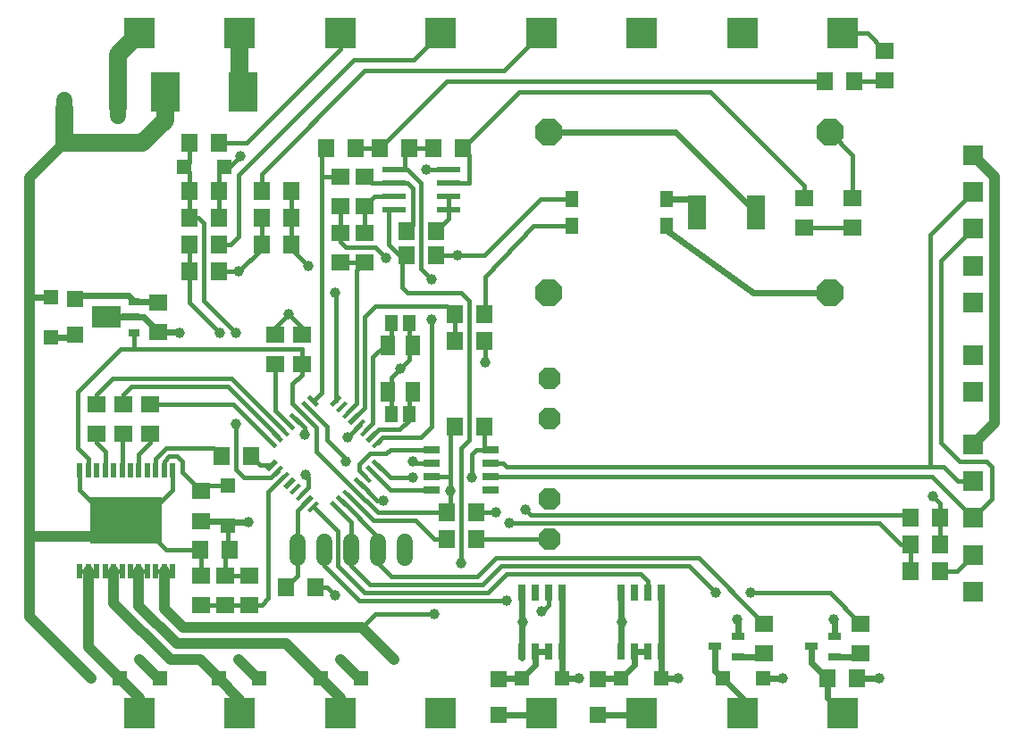
<source format=gbr>
G04 EAGLE Gerber RS-274X export*
G75*
%MOMM*%
%FSLAX34Y34*%
%LPD*%
%INTop Copper*%
%IPPOS*%
%AMOC8*
5,1,8,0,0,1.08239X$1,22.5*%
G01*
%ADD10R,1.800000X3.200000*%
%ADD11R,1.600000X1.803000*%
%ADD12R,1.600000X1.800000*%
%ADD13P,2.273019X8X22.500000*%
%ADD14R,2.200000X0.600000*%
%ADD15R,1.803000X1.600000*%
%ADD16R,1.800000X1.600000*%
%ADD17R,1.270000X0.635000*%
%ADD18P,2.749271X8X22.500000*%
%ADD19C,1.524000*%
%ADD20R,1.400000X1.400000*%
%ADD21R,1.300000X1.500000*%
%ADD22R,1.100000X0.700000*%
%ADD23R,1.800000X0.700000*%
%ADD24R,2.800000X2.000000*%
%ADD25R,1.200000X0.400000*%
%ADD26R,1.524000X0.711200*%
%ADD27R,1.400000X1.900000*%
%ADD28R,0.500000X1.400000*%
%ADD29R,6.800000X4.400000*%
%ADD30R,1.600000X1.600000*%
%ADD31R,3.000000X3.000000*%
%ADD32R,2.800000X3.800000*%
%ADD33R,0.711200X1.524000*%
%ADD34R,1.950000X1.950000*%
%ADD35C,0.609600*%
%ADD36C,0.406400*%
%ADD37C,1.016000*%
%ADD38C,1.676400*%
%ADD39C,1.006400*%
%ADD40C,1.270000*%


D10*
X713800Y508000D03*
X657800Y508000D03*
D11*
X448560Y198120D03*
X420120Y198120D03*
X204720Y574040D03*
X176280Y574040D03*
D12*
X176500Y528320D03*
X204500Y528320D03*
D11*
X204720Y477520D03*
X176280Y477520D03*
D12*
X176500Y452120D03*
X204500Y452120D03*
D13*
X518160Y350520D03*
X518160Y312420D03*
X518160Y236220D03*
X518160Y198120D03*
D11*
X435860Y568960D03*
X407420Y568960D03*
X385060Y568960D03*
X356620Y568960D03*
D14*
X422240Y523240D03*
X370240Y523240D03*
X422240Y510540D03*
X422240Y535940D03*
X422240Y548640D03*
X370240Y510540D03*
X370240Y535940D03*
X370240Y548640D03*
D11*
X382020Y490220D03*
X410460Y490220D03*
D15*
X342900Y514100D03*
X342900Y542540D03*
X342900Y460760D03*
X342900Y489200D03*
D11*
X305820Y568960D03*
X334260Y568960D03*
D16*
X320040Y542320D03*
X320040Y514320D03*
X320040Y460980D03*
X320040Y488980D03*
D15*
X721360Y89920D03*
X721360Y118360D03*
D17*
X696800Y86520D03*
X674800Y96520D03*
X696800Y106520D03*
D15*
X812800Y89920D03*
X812800Y118360D03*
D17*
X788240Y86520D03*
X766240Y96520D03*
X788240Y106520D03*
D11*
X427740Y411480D03*
X456180Y411480D03*
D12*
X455960Y386080D03*
X427960Y386080D03*
D11*
X859540Y193040D03*
X887980Y193040D03*
D12*
X859760Y167640D03*
X887760Y167640D03*
D11*
X859540Y218440D03*
X887980Y218440D03*
D18*
X516890Y584200D03*
X783590Y584200D03*
X516890Y431800D03*
X783590Y431800D03*
D15*
X835660Y661920D03*
X835660Y633480D03*
X805180Y522220D03*
X805180Y493780D03*
D19*
X109220Y599440D02*
X109220Y614680D01*
X58420Y614680D02*
X58420Y599440D01*
D20*
X45720Y389940D03*
X45720Y427940D03*
X720040Y66040D03*
X682040Y66040D03*
D21*
X629200Y495300D03*
X629200Y520700D03*
X539200Y520700D03*
X539200Y495300D03*
D22*
X124180Y423940D03*
X124180Y393940D03*
D23*
X120680Y408940D03*
D24*
X97680Y408940D03*
D15*
X187960Y135640D03*
X187960Y164080D03*
D16*
X233680Y135860D03*
X233680Y163860D03*
D15*
X210820Y135640D03*
X210820Y164080D03*
D12*
X382240Y467360D03*
X410240Y467360D03*
D15*
X759460Y493780D03*
X759460Y522220D03*
D11*
X778260Y632460D03*
X806700Y632460D03*
D25*
G36*
X329549Y251822D02*
X338033Y243338D01*
X335205Y240510D01*
X326721Y248994D01*
X329549Y251822D01*
G37*
G36*
X323892Y246165D02*
X332376Y237681D01*
X329548Y234853D01*
X321064Y243337D01*
X323892Y246165D01*
G37*
G36*
X318235Y240508D02*
X326719Y232024D01*
X323891Y229196D01*
X315407Y237680D01*
X318235Y240508D01*
G37*
G36*
X312579Y234851D02*
X321063Y226367D01*
X318235Y223539D01*
X309751Y232023D01*
X312579Y234851D01*
G37*
G36*
X335206Y257479D02*
X343690Y248995D01*
X340862Y246167D01*
X332378Y254651D01*
X335206Y257479D01*
G37*
G36*
X340863Y263136D02*
X349347Y254652D01*
X346519Y251824D01*
X338035Y260308D01*
X340863Y263136D01*
G37*
G36*
X346520Y268793D02*
X355004Y260309D01*
X352176Y257481D01*
X343692Y265965D01*
X346520Y268793D01*
G37*
G36*
X352177Y274449D02*
X360661Y265965D01*
X357833Y263137D01*
X349349Y271621D01*
X352177Y274449D01*
G37*
G36*
X268738Y312633D02*
X277222Y304149D01*
X274394Y301321D01*
X265910Y309805D01*
X268738Y312633D01*
G37*
G36*
X263081Y306976D02*
X271565Y298492D01*
X268737Y295664D01*
X260253Y304148D01*
X263081Y306976D01*
G37*
G36*
X257424Y301319D02*
X265908Y292835D01*
X263080Y290007D01*
X254596Y298491D01*
X257424Y301319D01*
G37*
G36*
X251767Y295663D02*
X260251Y287179D01*
X257423Y284351D01*
X248939Y292835D01*
X251767Y295663D01*
G37*
G36*
X274395Y318290D02*
X282879Y309806D01*
X280051Y306978D01*
X271567Y315462D01*
X274395Y318290D01*
G37*
G36*
X280052Y323947D02*
X288536Y315463D01*
X285708Y312635D01*
X277224Y321119D01*
X280052Y323947D01*
G37*
G36*
X285709Y329604D02*
X294193Y321120D01*
X291365Y318292D01*
X282881Y326776D01*
X285709Y329604D01*
G37*
G36*
X291365Y335261D02*
X299849Y326777D01*
X297021Y323949D01*
X288537Y332433D01*
X291365Y335261D01*
G37*
G36*
X271567Y243338D02*
X280051Y251822D01*
X282879Y248994D01*
X274395Y240510D01*
X271567Y243338D01*
G37*
G36*
X277224Y237681D02*
X285708Y246165D01*
X288536Y243337D01*
X280052Y234853D01*
X277224Y237681D01*
G37*
G36*
X282881Y232024D02*
X291365Y240508D01*
X294193Y237680D01*
X285709Y229196D01*
X282881Y232024D01*
G37*
G36*
X288537Y226367D02*
X297021Y234851D01*
X299849Y232023D01*
X291365Y223539D01*
X288537Y226367D01*
G37*
G36*
X265910Y248995D02*
X274394Y257479D01*
X277222Y254651D01*
X268738Y246167D01*
X265910Y248995D01*
G37*
G36*
X260253Y254652D02*
X268737Y263136D01*
X271565Y260308D01*
X263081Y251824D01*
X260253Y254652D01*
G37*
G36*
X254596Y260309D02*
X263080Y268793D01*
X265908Y265965D01*
X257424Y257481D01*
X254596Y260309D01*
G37*
G36*
X248939Y265965D02*
X257423Y274449D01*
X260251Y271621D01*
X251767Y263137D01*
X248939Y265965D01*
G37*
G36*
X332378Y304149D02*
X340862Y312633D01*
X343690Y309805D01*
X335206Y301321D01*
X332378Y304149D01*
G37*
G36*
X338035Y298492D02*
X346519Y306976D01*
X349347Y304148D01*
X340863Y295664D01*
X338035Y298492D01*
G37*
G36*
X343692Y292835D02*
X352176Y301319D01*
X355004Y298491D01*
X346520Y290007D01*
X343692Y292835D01*
G37*
G36*
X349349Y287179D02*
X357833Y295663D01*
X360661Y292835D01*
X352177Y284351D01*
X349349Y287179D01*
G37*
G36*
X326721Y309806D02*
X335205Y318290D01*
X338033Y315462D01*
X329549Y306978D01*
X326721Y309806D01*
G37*
G36*
X321064Y315463D02*
X329548Y323947D01*
X332376Y321119D01*
X323892Y312635D01*
X321064Y315463D01*
G37*
G36*
X315407Y321120D02*
X323891Y329604D01*
X326719Y326776D01*
X318235Y318292D01*
X315407Y321120D01*
G37*
G36*
X309751Y326777D02*
X318235Y335261D01*
X321063Y332433D01*
X312579Y323949D01*
X309751Y326777D01*
G37*
D16*
X257810Y392460D03*
X257810Y364460D03*
X283210Y364460D03*
X283210Y392460D03*
D19*
X381000Y195580D02*
X381000Y180340D01*
X355600Y180340D02*
X355600Y195580D01*
X330200Y195580D02*
X330200Y180340D01*
X304800Y180340D02*
X304800Y195580D01*
X279400Y195580D02*
X279400Y180340D01*
D26*
X406400Y283210D03*
X406400Y270510D03*
X406400Y257810D03*
X406400Y245110D03*
X462280Y245110D03*
X462280Y257810D03*
X462280Y270510D03*
X462280Y283210D03*
D11*
X780800Y66040D03*
X809240Y66040D03*
D27*
X364560Y382200D03*
X364560Y338200D03*
X388560Y338200D03*
X388560Y382200D03*
D21*
X384900Y316870D03*
X367900Y316870D03*
X367900Y403230D03*
X384900Y403230D03*
D12*
X267940Y152400D03*
X295940Y152400D03*
D28*
X160840Y263900D03*
X152840Y263900D03*
X144840Y263900D03*
X136840Y263900D03*
X128840Y263900D03*
X120840Y263900D03*
X112840Y263900D03*
X104840Y263900D03*
X96840Y263900D03*
X88840Y263900D03*
X80840Y263900D03*
X72840Y263900D03*
X72840Y167900D03*
X80840Y167900D03*
X88840Y167900D03*
X96840Y167900D03*
X104840Y167900D03*
X112840Y167900D03*
X120840Y167900D03*
X128840Y167900D03*
X136840Y167900D03*
X144840Y167900D03*
X152840Y167900D03*
X160840Y167900D03*
D29*
X116840Y215900D03*
D15*
X88900Y298200D03*
X88900Y326640D03*
X114300Y298200D03*
X114300Y326640D03*
X139700Y298200D03*
X139700Y326640D03*
D11*
X206760Y276860D03*
X235200Y276860D03*
D20*
X110540Y66040D03*
X148540Y66040D03*
X204520Y66040D03*
X242520Y66040D03*
X301040Y66040D03*
X339040Y66040D03*
D15*
X187960Y244090D03*
X187960Y215650D03*
D20*
X213360Y210870D03*
X213360Y248870D03*
D12*
X214660Y187960D03*
X186660Y187960D03*
D30*
X68580Y391940D03*
X68580Y425940D03*
D11*
X427740Y304800D03*
X456180Y304800D03*
D12*
X448340Y223520D03*
X420340Y223520D03*
D31*
X128905Y678180D03*
X224155Y678180D03*
X319405Y678180D03*
X414655Y678180D03*
X509905Y678180D03*
X605155Y678180D03*
X700405Y678180D03*
X795655Y678180D03*
X795655Y33020D03*
X700405Y33020D03*
X605155Y33020D03*
X509905Y33020D03*
X414655Y33020D03*
X319405Y33020D03*
X224155Y33020D03*
X128905Y33020D03*
D32*
X153500Y622300D03*
X227500Y622300D03*
D33*
X529590Y147320D03*
X516890Y147320D03*
X504190Y147320D03*
X491490Y147320D03*
X491490Y91440D03*
X504190Y91440D03*
X516890Y91440D03*
X529590Y91440D03*
D20*
X529540Y66040D03*
X491540Y66040D03*
D33*
X623570Y147320D03*
X610870Y147320D03*
X598170Y147320D03*
X585470Y147320D03*
X585470Y91440D03*
X598170Y91440D03*
X610870Y91440D03*
X623570Y91440D03*
D20*
X623520Y66040D03*
X585520Y66040D03*
D11*
X273300Y528320D03*
X244860Y528320D03*
D12*
X273080Y502920D03*
X245080Y502920D03*
D16*
X147320Y422940D03*
X147320Y394940D03*
D20*
X171500Y551180D03*
X209500Y551180D03*
D11*
X204720Y502920D03*
X176280Y502920D03*
X244860Y477520D03*
X273300Y477520D03*
D34*
X919480Y562760D03*
X919480Y527760D03*
X919480Y492760D03*
X919480Y457760D03*
X919480Y422760D03*
X919480Y288440D03*
X919480Y253440D03*
X919480Y218440D03*
X919480Y183440D03*
X919480Y148440D03*
X919480Y373100D03*
X919480Y338100D03*
D30*
X469900Y65260D03*
X469900Y31260D03*
X563880Y65260D03*
X563880Y31260D03*
D35*
X208580Y215650D02*
X187960Y215650D01*
X208580Y215650D02*
X213360Y210870D01*
D36*
X285750Y297180D02*
X285750Y304106D01*
X277223Y312634D01*
D35*
X214660Y210870D02*
X213360Y210870D01*
X213360Y214630D02*
X232410Y214630D01*
X213360Y214630D02*
X213360Y210870D01*
D36*
X213360Y189260D01*
X214660Y187960D01*
X401320Y548640D02*
X422240Y548640D01*
X204720Y528540D02*
X204500Y528320D01*
X270510Y411480D02*
X257810Y398780D01*
X257810Y392460D01*
X270510Y411480D02*
X283210Y398780D01*
X283210Y392460D01*
D35*
X696800Y121080D02*
X696800Y106520D01*
X696800Y121080D02*
X695960Y121920D01*
X788240Y121080D02*
X788240Y106520D01*
X788240Y121080D02*
X787400Y121920D01*
D36*
X384900Y368540D02*
X384900Y403230D01*
X384900Y368540D02*
X376560Y360200D01*
X367900Y351540D02*
X367900Y316870D01*
X367900Y351540D02*
X376560Y360200D01*
X320040Y480060D02*
X320040Y488980D01*
X320040Y480060D02*
X325120Y474980D01*
X353060Y474980D01*
X363220Y464820D01*
X320040Y488980D02*
X320040Y514320D01*
X410240Y467360D02*
X430530Y467360D01*
X214660Y187960D02*
X210820Y187960D01*
X210820Y164080D01*
X233680Y164080D01*
X233680Y163860D01*
D35*
X491490Y118110D02*
X491490Y91440D01*
X491490Y118110D02*
X492760Y119380D01*
X491490Y120650D02*
X491490Y147320D01*
X491490Y120650D02*
X492760Y119380D01*
X585470Y118110D02*
X585470Y91440D01*
X585470Y118110D02*
X586740Y119380D01*
X585470Y120650D02*
X585470Y147320D01*
X585470Y120650D02*
X586740Y119380D01*
D37*
X148540Y66040D02*
X147320Y66040D01*
X129540Y83820D01*
X241300Y66040D02*
X242520Y66040D01*
X241300Y66040D02*
X223520Y83820D01*
X337820Y66040D02*
X339040Y66040D01*
X337820Y66040D02*
X320040Y83820D01*
D38*
X227500Y622300D02*
X224155Y640535D01*
X224155Y678180D01*
D36*
X307340Y152400D02*
X314960Y144780D01*
X307340Y152400D02*
X295940Y152400D01*
X354906Y234950D02*
X338034Y251823D01*
X354906Y234950D02*
X360680Y234950D01*
X388620Y270510D02*
X406400Y270510D01*
X388620Y270510D02*
X388620Y271780D01*
X448340Y223520D02*
X467360Y223520D01*
X457200Y365760D02*
X457200Y384840D01*
X455960Y386080D01*
X509270Y520700D02*
X539200Y520700D01*
X509270Y520700D02*
X455930Y467360D01*
X430530Y467360D01*
X204720Y528540D02*
X204720Y546400D01*
X209500Y551180D01*
X214630Y551180D01*
X224790Y561340D01*
X491490Y91440D02*
X491490Y84840D01*
X887760Y167640D02*
X903680Y167640D01*
X919480Y183440D01*
X245080Y477740D02*
X245080Y502920D01*
X245080Y477740D02*
X244860Y477520D01*
X204500Y503140D02*
X204500Y528320D01*
X204500Y503140D02*
X204720Y502920D01*
X204500Y452120D02*
X223520Y452120D01*
X244860Y473460D02*
X244860Y477520D01*
X244860Y473460D02*
X223520Y452120D01*
D35*
X133320Y408940D02*
X97680Y408940D01*
X133320Y408940D02*
X147320Y394940D01*
X166400Y394940D01*
X167640Y393700D01*
D39*
X223520Y452120D03*
X401320Y548640D03*
X285750Y297180D03*
X232410Y214630D03*
X360680Y234950D03*
X388620Y271780D03*
X376560Y360200D03*
X223520Y83820D03*
X314960Y144780D03*
X129540Y83820D03*
X695960Y121920D03*
X787400Y121920D03*
X467360Y223520D03*
X167640Y393700D03*
X270510Y411480D03*
X457200Y365760D03*
X430530Y467360D03*
X363220Y464820D03*
X492760Y119380D03*
X586740Y119380D03*
X320040Y83820D03*
X224790Y561340D03*
D36*
X282880Y318291D02*
X297180Y303989D01*
X297180Y281362D01*
X332377Y246166D01*
X282880Y318291D02*
X274320Y326849D01*
X274320Y345440D01*
X283210Y354330D01*
X283210Y364460D01*
X332377Y246166D02*
X355022Y223520D01*
X420340Y223520D01*
X424180Y298200D02*
X427740Y304800D01*
X424180Y243840D02*
X424180Y231140D01*
X424180Y243840D02*
X424180Y257810D01*
X424180Y231140D02*
X420340Y229840D01*
X420340Y223520D01*
X424180Y257810D02*
X406400Y257810D01*
X424180Y257810D02*
X424180Y298200D01*
X283210Y364460D02*
X283210Y378460D01*
X80840Y274760D02*
X80840Y263900D01*
X80840Y274760D02*
X71120Y284480D01*
X71120Y337820D01*
X111760Y378460D01*
X124180Y378460D02*
X283210Y378460D01*
X124180Y378460D02*
X124180Y393940D01*
X124180Y378460D02*
X111760Y378460D01*
X857000Y220980D02*
X859540Y218440D01*
X857000Y220980D02*
X500380Y220980D01*
X495300Y226060D01*
D39*
X424180Y243840D03*
X495300Y226060D03*
D36*
X80840Y167900D02*
X72840Y167900D01*
X80840Y167900D02*
X88840Y167900D01*
D37*
X80840Y167900D02*
X80840Y95740D01*
X110540Y66040D01*
X128905Y47675D02*
X128905Y33020D01*
X128905Y47675D02*
X110540Y66040D01*
D35*
X637600Y584200D02*
X713800Y508000D01*
X637600Y584200D02*
X516890Y584200D01*
D36*
X342900Y323157D02*
X332377Y312634D01*
X342900Y323157D02*
X342900Y408940D01*
X353060Y419100D01*
X420120Y419100D01*
X427740Y411480D01*
X427960Y411260D02*
X427960Y386080D01*
X427960Y411260D02*
X427740Y411480D01*
X326720Y240509D02*
X351329Y215900D01*
X391160Y215900D01*
X408940Y198120D01*
X420120Y198120D01*
X260252Y263137D02*
X253656Y256540D01*
X228600Y256540D01*
X220980Y264160D01*
X220980Y307340D01*
X176280Y477520D02*
X176280Y477740D01*
X176500Y452120D01*
X176500Y422940D02*
X205740Y393700D01*
X176500Y422940D02*
X176500Y452120D01*
D39*
X220980Y307340D03*
X205740Y393700D03*
D36*
X204720Y477520D02*
X215900Y477520D01*
X223520Y485140D01*
X223520Y543560D01*
X332740Y652780D01*
X389255Y652780D01*
X414655Y678180D01*
X448560Y198120D02*
X518160Y198120D01*
X230505Y574040D02*
X204720Y574040D01*
X230505Y574040D02*
X319405Y662940D01*
X319405Y678180D01*
X818900Y678180D02*
X835660Y661920D01*
X818900Y678180D02*
X795655Y678180D01*
D35*
X629200Y495300D02*
X629200Y490940D01*
X711200Y431800D01*
X783590Y431800D01*
D36*
X784860Y433070D01*
X805180Y522220D02*
X805180Y562610D01*
X783590Y584200D01*
X441960Y535940D02*
X422240Y535940D01*
X441960Y535940D02*
X441960Y562860D01*
X435860Y568960D01*
X489200Y622300D01*
X759460Y533400D02*
X759460Y522220D01*
X759460Y533400D02*
X670560Y622300D01*
X489200Y622300D01*
X356620Y568960D02*
X334260Y568960D01*
X356620Y568960D02*
X420120Y632460D01*
X778260Y632460D01*
D35*
X610870Y91440D02*
X598170Y91440D01*
X598170Y78690D01*
X585520Y66040D01*
X563880Y66040D01*
X563880Y65260D01*
D36*
X410460Y490220D02*
X422240Y502000D01*
X422240Y510540D01*
X422240Y523240D01*
X388620Y496820D02*
X382020Y490220D01*
X388620Y496820D02*
X388620Y530860D01*
X383540Y535940D01*
X370240Y535940D01*
X349500Y535940D02*
X342900Y542540D01*
X349500Y535940D02*
X370240Y535940D01*
X352040Y523240D02*
X342900Y514100D01*
X352040Y523240D02*
X370240Y523240D01*
X342900Y514100D02*
X342900Y489200D01*
X302260Y542320D02*
X302260Y565400D01*
X305820Y568960D01*
X302260Y542320D02*
X320040Y542320D01*
X302260Y542320D02*
X302260Y337671D01*
X294193Y329605D01*
X326720Y318291D02*
X335280Y326850D01*
X335280Y453140D01*
X342900Y460760D01*
X320260Y460760D01*
X320040Y460980D01*
X136840Y167900D02*
X128840Y167900D01*
X120840Y167900D01*
D37*
X128840Y167900D02*
X128840Y135320D01*
X165100Y99060D01*
X319405Y47675D02*
X319405Y33020D01*
X319405Y47675D02*
X301040Y66040D01*
X268020Y99060D02*
X165100Y99060D01*
X268020Y99060D02*
X301040Y66040D01*
D35*
X674800Y73280D02*
X682040Y66040D01*
X674800Y73280D02*
X674800Y96520D01*
X682040Y66040D02*
X700405Y47675D01*
X700405Y33020D01*
X696800Y86520D02*
X717960Y86520D01*
X721360Y89920D01*
X766240Y96520D02*
X766240Y80600D01*
X780800Y66040D01*
X780800Y47875D02*
X795655Y33020D01*
X780800Y47875D02*
X780800Y66040D01*
X788240Y86520D02*
X809400Y86520D01*
X812800Y89920D01*
D36*
X539200Y495300D02*
X502920Y495300D01*
X457200Y447040D01*
X457200Y412500D01*
X456180Y411480D01*
X307340Y305143D02*
X288537Y323948D01*
X307340Y305143D02*
X307340Y292100D01*
X325120Y274320D01*
X325120Y271780D01*
X859760Y192820D02*
X859760Y167640D01*
X859760Y192820D02*
X859540Y193040D01*
X830580Y213360D02*
X480060Y213360D01*
X830580Y213360D02*
X850900Y193040D01*
X859540Y193040D01*
D39*
X325120Y271780D03*
X480060Y213360D03*
D36*
X160840Y244660D02*
X160840Y263900D01*
X160840Y244660D02*
X132080Y215900D01*
X127000Y215900D02*
X116840Y215900D01*
X127000Y215900D02*
X132080Y215900D01*
D35*
X127000Y203200D02*
X116840Y215900D01*
D37*
X25400Y200660D02*
X25400Y439420D01*
X25400Y200660D02*
X96520Y200660D01*
D40*
X124460Y200660D01*
X127000Y203200D01*
D36*
X72840Y244660D02*
X72840Y263900D01*
X72840Y244660D02*
X93980Y223520D01*
X93980Y203200D01*
X96520Y200660D01*
D37*
X25400Y124460D02*
X83820Y66040D01*
X25400Y124460D02*
X25400Y200660D01*
D36*
X154940Y187960D02*
X186660Y187960D01*
X154940Y187960D02*
X127000Y215900D01*
X186660Y187960D02*
X187960Y187960D01*
X187960Y164080D01*
D35*
X529540Y66040D02*
X546100Y66040D01*
X623520Y66040D02*
X640080Y66040D01*
X720040Y66040D02*
X739140Y66040D01*
X809240Y66040D02*
X830580Y66040D01*
X529540Y66040D02*
X529540Y91390D01*
X529590Y91440D01*
X623520Y91390D02*
X623520Y66040D01*
X623520Y91390D02*
X623570Y91440D01*
X623570Y147320D01*
X529590Y147320D02*
X529590Y91440D01*
X45720Y427940D02*
X25400Y427940D01*
X25400Y439420D01*
D38*
X58420Y574040D02*
X58420Y607060D01*
D37*
X58420Y574040D02*
X25400Y541020D01*
X25400Y439420D01*
D38*
X58420Y574040D02*
X132080Y574040D01*
X153500Y595460D01*
X153500Y622300D01*
D39*
X83820Y66040D03*
X830580Y66040D03*
X739140Y66040D03*
X546100Y66040D03*
X640080Y66040D03*
D38*
X109220Y658495D02*
X128905Y678180D01*
X109220Y658495D02*
X109220Y607060D01*
D36*
X265909Y257480D02*
X251460Y243030D01*
X210820Y135640D02*
X187960Y135640D01*
X210820Y135640D02*
X233680Y135640D01*
X233680Y135860D01*
X251460Y142240D02*
X251460Y243030D01*
X251460Y142240D02*
X245080Y135860D01*
X233680Y135860D01*
D35*
X629200Y520700D02*
X657800Y520700D01*
X657800Y508000D01*
D36*
X827020Y632460D02*
X835660Y633480D01*
X827020Y632460D02*
X806700Y632460D01*
X805180Y493780D02*
X759460Y493780D01*
X271566Y306977D02*
X257810Y320732D01*
X257810Y364460D01*
X279400Y225716D02*
X279400Y187960D01*
X279400Y225716D02*
X288537Y234852D01*
X279400Y163860D02*
X267940Y152400D01*
X279400Y163860D02*
X279400Y187960D01*
X343691Y257480D02*
X337820Y263349D01*
X337820Y269240D01*
X347980Y279400D01*
X363220Y279400D01*
X367030Y283210D01*
X406400Y283210D01*
X367373Y245110D02*
X349348Y263137D01*
X367373Y245110D02*
X406400Y245110D01*
X355600Y200315D02*
X321063Y234852D01*
X355600Y200315D02*
X355600Y187960D01*
X355600Y175260D02*
X368300Y162560D01*
X355600Y175260D02*
X355600Y187960D01*
X659380Y180340D02*
X721360Y118360D01*
X449580Y162560D02*
X368300Y162560D01*
X449580Y162560D02*
X467360Y180340D01*
X659380Y180340D01*
X330200Y214401D02*
X315407Y229195D01*
X330200Y214401D02*
X330200Y187960D01*
X330200Y172720D01*
X347980Y154940D01*
X783840Y147320D02*
X812800Y118360D01*
X783840Y147320D02*
X708660Y147320D01*
X675640Y147320D02*
X650240Y172720D01*
X454660Y154940D02*
X347980Y154940D01*
X454660Y154940D02*
X472440Y172720D01*
X650240Y172720D01*
D39*
X675640Y147320D03*
X708660Y147320D03*
D36*
X367900Y385540D02*
X367900Y403230D01*
X367900Y385540D02*
X364560Y382200D01*
X350520Y308150D02*
X343691Y301320D01*
X350520Y308150D02*
X350520Y370840D01*
X361880Y382200D01*
X364560Y382200D01*
X384900Y334540D02*
X384900Y316870D01*
X384900Y334540D02*
X388560Y338200D01*
X355944Y302260D02*
X349348Y295663D01*
X355944Y302260D02*
X375920Y302260D01*
X384900Y311240D01*
X384900Y316870D01*
X96840Y281620D02*
X96840Y263900D01*
X96840Y281620D02*
X88900Y289560D01*
X88900Y298200D01*
X112840Y296740D02*
X112840Y263900D01*
X112840Y296740D02*
X114300Y298200D01*
X128840Y278700D02*
X128840Y263900D01*
X128840Y278700D02*
X139700Y289560D01*
X139700Y298200D01*
X144840Y274380D02*
X144840Y263900D01*
X144840Y274380D02*
X154940Y284480D01*
X199140Y284480D01*
X206760Y276860D01*
X152840Y272220D02*
X152840Y263900D01*
X152840Y272220D02*
X157480Y276860D01*
X165100Y276860D01*
X170180Y271780D01*
X170180Y261870D01*
X187960Y244090D01*
X192740Y248870D02*
X213360Y248870D01*
X192740Y248870D02*
X187960Y244090D01*
X221501Y323100D02*
X220980Y323621D01*
X221501Y323100D02*
X254595Y290007D01*
X217961Y326640D02*
X139700Y326640D01*
X217961Y326640D02*
X220980Y323621D01*
X213015Y342900D02*
X260252Y295663D01*
X213015Y342900D02*
X121920Y342900D01*
X114300Y335280D01*
X114300Y326640D01*
X216709Y350520D02*
X265909Y301320D01*
X216709Y350520D02*
X104140Y350520D01*
X88900Y335280D01*
X88900Y326640D01*
X104840Y167900D02*
X112840Y167900D01*
X104840Y167900D02*
X96840Y167900D01*
D37*
X104840Y167900D02*
X104840Y137730D01*
X158750Y83820D01*
X224155Y46405D02*
X224155Y33020D01*
X224155Y46405D02*
X204520Y66040D01*
X186740Y83820D02*
X158750Y83820D01*
X186740Y83820D02*
X204520Y66040D01*
D35*
X66040Y389940D02*
X45720Y389940D01*
X66040Y389940D02*
X68580Y391940D01*
D36*
X144840Y167900D02*
X152840Y167900D01*
X160840Y167900D01*
D37*
X152840Y167900D02*
X152840Y132340D01*
X170880Y114300D01*
X340360Y114300D01*
X370840Y83820D01*
D36*
X375920Y467360D02*
X382240Y467360D01*
X375920Y467360D02*
X365760Y477520D01*
X365760Y510540D01*
X370240Y510540D01*
X353060Y127000D02*
X340360Y114300D01*
X353060Y127000D02*
X408940Y127000D01*
X378460Y463580D02*
X382240Y467360D01*
X378460Y463580D02*
X378460Y436880D01*
X383540Y431800D01*
X434340Y431800D02*
X441960Y424180D01*
X434340Y431800D02*
X383540Y431800D01*
D37*
X919480Y562760D02*
X939800Y542440D01*
X939800Y308760D01*
X919480Y288440D01*
D36*
X434340Y284480D02*
X434340Y175260D01*
X434340Y284480D02*
X441960Y292100D01*
X441960Y424180D01*
D39*
X370840Y83820D03*
X408940Y127000D03*
X434340Y175260D03*
D35*
X68580Y425940D02*
X69360Y429260D01*
X118860Y429260D01*
X124180Y423940D01*
X146320Y423940D02*
X147320Y422940D01*
X146320Y423940D02*
X124180Y423940D01*
D36*
X289560Y247190D02*
X282880Y240509D01*
X289560Y247190D02*
X289560Y256540D01*
X287020Y259080D01*
X220980Y393700D02*
X190500Y424180D01*
X176280Y555960D02*
X176280Y574040D01*
X176280Y555960D02*
X171500Y551180D01*
X176500Y546180D02*
X176500Y528320D01*
X176500Y546180D02*
X171500Y551180D01*
X190500Y497840D02*
X190500Y424180D01*
X190500Y497840D02*
X185420Y502920D01*
X176280Y502920D01*
X176280Y528100D01*
X176500Y528320D01*
D39*
X220980Y393700D03*
X287020Y259080D03*
D36*
X889000Y462280D02*
X919480Y492760D01*
X889000Y462280D02*
X889000Y289560D01*
X906780Y271780D01*
X932180Y271780D01*
X937260Y266700D01*
X937260Y236220D01*
X919480Y218440D01*
X880110Y257810D02*
X462280Y257810D01*
X880110Y257810D02*
X919480Y218440D01*
X477520Y266700D02*
X473710Y270510D01*
X462280Y270510D01*
X477520Y266700D02*
X848360Y266700D01*
X878840Y266700D02*
X891540Y266700D01*
X878840Y487120D02*
X919480Y527760D01*
X891540Y266700D02*
X904800Y253440D01*
X919480Y253440D01*
X878840Y266700D02*
X878840Y487120D01*
X878840Y266700D02*
X848360Y266700D01*
X367257Y256540D02*
X355005Y268793D01*
X367257Y256540D02*
X388620Y256540D01*
X456180Y283210D02*
X462280Y283210D01*
X456180Y283210D02*
X456180Y304800D01*
X456180Y283210D02*
X448560Y283210D01*
X444500Y279150D02*
X444500Y256540D01*
X444500Y279150D02*
X448560Y283210D01*
D39*
X388620Y256540D03*
X444500Y256540D03*
D35*
X504190Y91440D02*
X516890Y91440D01*
X504190Y91440D02*
X504190Y78690D01*
X491540Y66040D01*
X469900Y66040D01*
X469900Y65260D01*
D36*
X326390Y295333D02*
X338034Y306977D01*
X326390Y295333D02*
X326390Y294640D01*
X516890Y147320D02*
X516890Y135890D01*
X510540Y129540D01*
X304800Y172720D02*
X304800Y187960D01*
X304800Y172720D02*
X337820Y139700D01*
X477520Y139700D01*
D39*
X326390Y294640D03*
X510540Y129540D03*
X477520Y139700D03*
D36*
X610870Y147320D02*
X610870Y158750D01*
X604520Y165100D01*
X459740Y147320D02*
X342900Y147320D01*
X459740Y147320D02*
X477520Y165100D01*
X604520Y165100D01*
X317500Y205888D02*
X294193Y229195D01*
X317500Y205888D02*
X317500Y172720D01*
X342900Y147320D01*
X315407Y329605D02*
X315406Y431354D01*
X314960Y431800D01*
X273300Y473460D02*
X273300Y477520D01*
X273300Y473460D02*
X289560Y457200D01*
X273300Y477520D02*
X273300Y502700D01*
X273080Y502920D01*
X273300Y503140D02*
X273300Y528320D01*
X273300Y503140D02*
X273080Y502920D01*
D39*
X314960Y431800D03*
X289560Y457200D03*
D36*
X474345Y642620D02*
X509905Y678180D01*
X474345Y642620D02*
X342900Y642620D01*
X244860Y544580D01*
X244860Y528320D01*
X887980Y232160D02*
X887980Y218440D01*
X887980Y232160D02*
X881380Y238760D01*
X887980Y218440D02*
X887980Y193040D01*
D39*
X881380Y238760D03*
D36*
X407420Y568960D02*
X385060Y568960D01*
X383540Y548640D02*
X381000Y548640D01*
X370240Y548640D01*
X383540Y548640D02*
X396240Y535940D01*
X396240Y294640D02*
X359638Y294640D01*
X396240Y294640D02*
X406400Y304800D01*
X406400Y406400D01*
X396240Y454660D02*
X396240Y535940D01*
X396240Y454660D02*
X406400Y444500D01*
X381000Y548640D02*
X381000Y564900D01*
X359638Y294640D02*
X355005Y290007D01*
X381000Y564900D02*
X385060Y568960D01*
D39*
X406400Y444500D03*
X406400Y406400D03*
D36*
X243267Y268793D02*
X235200Y276860D01*
X243267Y268793D02*
X254595Y268793D01*
D35*
X469900Y31260D02*
X509905Y31260D01*
X509905Y33020D01*
X563880Y31260D02*
X605155Y31260D01*
X605155Y33020D01*
M02*

</source>
